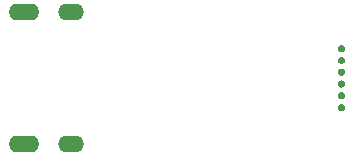
<source format=gbr>
G04*
G04 #@! TF.GenerationSoftware,Altium Limited,Altium Designer,24.8.2 (39)*
G04*
G04 Layer_Color=16711935*
%FSLAX25Y25*%
%MOIN*%
G70*
G04*
G04 #@! TF.SameCoordinates,C8608415-0D93-4E33-BC52-9C0F9C252278*
G04*
G04*
G04 #@! TF.FilePolarity,Negative*
G04*
G01*
G75*
%ADD20O,0.10249X0.05524*%
%ADD21O,0.08674X0.05524*%
G36*
X114270Y18899D02*
X114309Y18895D01*
X114309Y18895D01*
X114499Y18857D01*
X114536Y18846D01*
X114536Y18846D01*
X114715Y18771D01*
X114715Y18771D01*
X114727Y18765D01*
X114749Y18753D01*
X114749Y18753D01*
X114910Y18645D01*
X114910Y18645D01*
X114941Y18621D01*
X115078Y18484D01*
X115102Y18454D01*
X115210Y18293D01*
X115210Y18293D01*
X115219Y18275D01*
X115228Y18258D01*
X115228Y18258D01*
X115302Y18079D01*
X115308Y18059D01*
X115314Y18042D01*
X115351Y17852D01*
X115355Y17813D01*
Y17717D01*
Y17620D01*
Y17620D01*
D01*
X115351Y17581D01*
X115314Y17391D01*
X115302Y17354D01*
X115302Y17354D01*
X115228Y17175D01*
X115228Y17175D01*
X115222Y17163D01*
X115210Y17140D01*
X115210Y17140D01*
X115102Y16979D01*
X115102Y16979D01*
X115078Y16949D01*
X114941Y16812D01*
X114910Y16788D01*
X114749Y16680D01*
X114749Y16680D01*
X114732Y16671D01*
X114715Y16662D01*
X114715Y16661D01*
X114536Y16587D01*
X114516Y16581D01*
X114499Y16576D01*
X114309Y16538D01*
X114270Y16534D01*
X114076D01*
D01*
X114076D01*
X114038Y16538D01*
X113847Y16576D01*
X113810Y16587D01*
X113810Y16587D01*
X113631Y16662D01*
X113631Y16662D01*
X113619Y16668D01*
X113597Y16680D01*
X113597Y16680D01*
X113436Y16788D01*
X113436Y16788D01*
X113406Y16812D01*
X113269Y16949D01*
X113244Y16979D01*
X113137Y17140D01*
X113136Y17140D01*
X113127Y17157D01*
X113118Y17175D01*
X113118Y17175D01*
X113044Y17354D01*
X113038Y17374D01*
X113033Y17391D01*
X112995Y17581D01*
X112991Y17620D01*
Y17717D01*
Y17717D01*
Y17717D01*
X112991Y17813D01*
X112995Y17852D01*
X112995Y17852D01*
X113033Y18042D01*
X113044Y18079D01*
X113044Y18079D01*
X113118Y18258D01*
X113118Y18258D01*
X113125Y18270D01*
X113136Y18293D01*
X113137Y18293D01*
X113244Y18454D01*
X113244Y18454D01*
X113269Y18484D01*
X113406Y18621D01*
X113436Y18645D01*
X113597Y18753D01*
X113597Y18753D01*
X113614Y18762D01*
X113631Y18771D01*
X113631Y18771D01*
X113810Y18846D01*
X113830Y18852D01*
X113847Y18857D01*
X114038Y18895D01*
X114076Y18899D01*
X114173D01*
X114173D01*
X114173D01*
X114270Y18899D01*
D02*
G37*
G36*
Y22836D02*
X114309Y22832D01*
X114309Y22832D01*
X114499Y22794D01*
X114536Y22783D01*
X114536Y22783D01*
X114715Y22708D01*
X114715Y22708D01*
X114727Y22702D01*
X114749Y22690D01*
X114749Y22690D01*
X114910Y22582D01*
X114910Y22582D01*
X114941Y22558D01*
X115078Y22421D01*
X115102Y22391D01*
X115210Y22230D01*
X115210Y22230D01*
X115219Y22212D01*
X115228Y22195D01*
X115228Y22195D01*
X115302Y22016D01*
X115308Y21996D01*
X115314Y21979D01*
X115351Y21789D01*
X115355Y21750D01*
Y21654D01*
Y21557D01*
Y21557D01*
D01*
X115351Y21518D01*
X115314Y21328D01*
X115302Y21291D01*
X115302Y21291D01*
X115228Y21112D01*
X115228Y21112D01*
X115222Y21100D01*
X115210Y21077D01*
X115210Y21077D01*
X115102Y20916D01*
X115102Y20916D01*
X115078Y20886D01*
X114941Y20749D01*
X114910Y20725D01*
X114749Y20617D01*
X114749Y20617D01*
X114732Y20608D01*
X114715Y20599D01*
X114715Y20598D01*
X114536Y20524D01*
X114516Y20518D01*
X114499Y20513D01*
X114309Y20475D01*
X114270Y20471D01*
X114076D01*
D01*
X114076D01*
X114038Y20475D01*
X113847Y20513D01*
X113810Y20524D01*
X113810Y20524D01*
X113631Y20599D01*
X113631Y20599D01*
X113619Y20605D01*
X113597Y20617D01*
X113597Y20617D01*
X113436Y20725D01*
X113436Y20725D01*
X113406Y20749D01*
X113269Y20886D01*
X113244Y20916D01*
X113137Y21077D01*
X113136Y21077D01*
X113127Y21094D01*
X113118Y21112D01*
X113118Y21112D01*
X113044Y21291D01*
X113038Y21311D01*
X113033Y21328D01*
X112995Y21518D01*
X112991Y21557D01*
Y21654D01*
Y21654D01*
Y21654D01*
X112991Y21750D01*
X112995Y21789D01*
X112995Y21789D01*
X113033Y21979D01*
X113044Y22016D01*
X113044Y22016D01*
X113118Y22195D01*
X113118Y22195D01*
X113125Y22207D01*
X113136Y22230D01*
X113137Y22230D01*
X113244Y22391D01*
X113244Y22391D01*
X113269Y22421D01*
X113406Y22558D01*
X113436Y22582D01*
X113597Y22690D01*
X113597Y22690D01*
X113614Y22699D01*
X113631Y22708D01*
X113631Y22708D01*
X113810Y22783D01*
X113830Y22789D01*
X113847Y22794D01*
X114038Y22832D01*
X114076Y22836D01*
X114173D01*
X114173D01*
X114173D01*
X114270Y22836D01*
D02*
G37*
G36*
Y26773D02*
X114309Y26769D01*
X114309Y26769D01*
X114499Y26731D01*
X114536Y26720D01*
X114536Y26720D01*
X114715Y26645D01*
X114715Y26645D01*
X114727Y26639D01*
X114749Y26627D01*
X114749Y26627D01*
X114910Y26520D01*
X114910Y26520D01*
X114941Y26495D01*
X115078Y26358D01*
X115102Y26328D01*
X115210Y26167D01*
X115210Y26167D01*
X115219Y26149D01*
X115228Y26133D01*
X115228Y26132D01*
X115302Y25953D01*
X115308Y25934D01*
X115314Y25916D01*
X115351Y25726D01*
X115355Y25688D01*
Y25591D01*
Y25494D01*
D01*
Y25494D01*
X115351Y25455D01*
X115314Y25265D01*
X115302Y25228D01*
X115302Y25228D01*
X115228Y25049D01*
X115228Y25049D01*
X115222Y25037D01*
X115210Y25014D01*
X115210Y25014D01*
X115102Y24853D01*
X115102Y24853D01*
X115078Y24823D01*
X114941Y24686D01*
X114910Y24662D01*
X114749Y24554D01*
X114749Y24554D01*
X114732Y24545D01*
X114715Y24536D01*
X114715Y24535D01*
X114536Y24461D01*
X114516Y24455D01*
X114499Y24450D01*
X114309Y24412D01*
X114270Y24408D01*
X114076D01*
D01*
X114076D01*
X114038Y24412D01*
X113847Y24450D01*
X113810Y24461D01*
X113810Y24461D01*
X113631Y24536D01*
X113631Y24536D01*
X113619Y24542D01*
X113597Y24554D01*
X113597Y24554D01*
X113436Y24662D01*
X113436Y24662D01*
X113406Y24686D01*
X113269Y24823D01*
X113244Y24853D01*
X113137Y25014D01*
X113136Y25014D01*
X113127Y25032D01*
X113118Y25049D01*
X113118Y25049D01*
X113044Y25228D01*
X113038Y25248D01*
X113033Y25265D01*
X112995Y25455D01*
X112991Y25494D01*
Y25591D01*
Y25591D01*
Y25591D01*
X112991Y25688D01*
X112995Y25726D01*
X112995Y25726D01*
X113033Y25916D01*
X113044Y25953D01*
X113044Y25953D01*
X113118Y26132D01*
X113118Y26133D01*
X113125Y26144D01*
X113136Y26167D01*
X113137Y26167D01*
X113244Y26328D01*
X113244Y26328D01*
X113269Y26358D01*
X113406Y26495D01*
X113436Y26520D01*
X113597Y26627D01*
X113597Y26627D01*
X113614Y26636D01*
X113631Y26645D01*
X113631Y26646D01*
X113810Y26720D01*
X113830Y26726D01*
X113847Y26731D01*
X114038Y26769D01*
X114076Y26773D01*
X114173D01*
X114173D01*
X114173D01*
X114270Y26773D01*
D02*
G37*
G36*
Y30710D02*
X114309Y30706D01*
X114309Y30706D01*
X114499Y30668D01*
X114536Y30657D01*
X114536Y30657D01*
X114715Y30582D01*
X114715Y30582D01*
X114727Y30576D01*
X114749Y30564D01*
X114749Y30564D01*
X114910Y30457D01*
X114910Y30457D01*
X114941Y30432D01*
X115078Y30295D01*
X115102Y30265D01*
X115210Y30104D01*
X115210Y30104D01*
X115219Y30087D01*
X115228Y30070D01*
X115228Y30069D01*
X115302Y29890D01*
X115308Y29871D01*
X115314Y29853D01*
X115351Y29663D01*
X115355Y29625D01*
Y29528D01*
Y29431D01*
Y29431D01*
D01*
X115351Y29392D01*
X115314Y29202D01*
X115302Y29165D01*
X115302Y29165D01*
X115228Y28986D01*
X115228Y28986D01*
X115222Y28974D01*
X115210Y28951D01*
X115210Y28951D01*
X115102Y28790D01*
X115102Y28790D01*
X115078Y28760D01*
X114941Y28623D01*
X114910Y28599D01*
X114749Y28491D01*
X114749Y28491D01*
X114732Y28482D01*
X114715Y28473D01*
X114715Y28473D01*
X114536Y28398D01*
X114516Y28392D01*
X114499Y28387D01*
X114309Y28349D01*
X114270Y28346D01*
X114076D01*
D01*
X114076D01*
X114038Y28349D01*
X113847Y28387D01*
X113810Y28398D01*
X113810Y28398D01*
X113631Y28473D01*
X113631Y28473D01*
X113619Y28479D01*
X113597Y28491D01*
X113597Y28491D01*
X113436Y28599D01*
X113436Y28599D01*
X113406Y28623D01*
X113269Y28760D01*
X113244Y28790D01*
X113137Y28951D01*
X113136Y28951D01*
X113127Y28969D01*
X113118Y28986D01*
X113118Y28986D01*
X113044Y29165D01*
X113038Y29185D01*
X113033Y29202D01*
X112995Y29392D01*
X112991Y29431D01*
Y29528D01*
Y29528D01*
Y29528D01*
X112991Y29625D01*
X112995Y29663D01*
X112995Y29663D01*
X113033Y29853D01*
X113044Y29890D01*
X113044Y29890D01*
X113118Y30069D01*
X113118Y30070D01*
X113125Y30081D01*
X113136Y30104D01*
X113137Y30104D01*
X113244Y30265D01*
X113244Y30265D01*
X113269Y30295D01*
X113406Y30432D01*
X113436Y30457D01*
X113597Y30564D01*
X113597Y30564D01*
X113614Y30573D01*
X113631Y30582D01*
X113631Y30583D01*
X113810Y30657D01*
X113830Y30663D01*
X113847Y30668D01*
X114038Y30706D01*
X114076Y30710D01*
X114173D01*
X114173D01*
X114173D01*
X114270Y30710D01*
D02*
G37*
G36*
Y34647D02*
X114309Y34643D01*
X114309Y34643D01*
X114499Y34605D01*
X114536Y34594D01*
X114536Y34594D01*
X114715Y34519D01*
X114715Y34519D01*
X114727Y34513D01*
X114749Y34501D01*
X114749Y34501D01*
X114910Y34394D01*
X114910Y34394D01*
X114941Y34369D01*
X115078Y34232D01*
X115102Y34202D01*
X115210Y34041D01*
X115210Y34041D01*
X115219Y34024D01*
X115228Y34007D01*
X115228Y34006D01*
X115302Y33827D01*
X115308Y33808D01*
X115314Y33790D01*
X115351Y33600D01*
X115355Y33562D01*
Y33465D01*
Y33368D01*
Y33368D01*
D01*
X115351Y33329D01*
X115314Y33139D01*
X115302Y33102D01*
X115302Y33102D01*
X115228Y32923D01*
X115228Y32923D01*
X115222Y32911D01*
X115210Y32888D01*
X115210Y32888D01*
X115102Y32727D01*
X115102Y32727D01*
X115078Y32697D01*
X114941Y32560D01*
X114910Y32536D01*
X114749Y32428D01*
X114749Y32428D01*
X114732Y32419D01*
X114715Y32410D01*
X114715Y32410D01*
X114536Y32335D01*
X114516Y32329D01*
X114499Y32324D01*
X114309Y32286D01*
X114270Y32283D01*
X114076D01*
D01*
X114076D01*
X114038Y32286D01*
X113847Y32324D01*
X113810Y32335D01*
X113810Y32335D01*
X113631Y32410D01*
X113631Y32410D01*
X113619Y32416D01*
X113597Y32428D01*
X113597Y32428D01*
X113436Y32536D01*
X113436Y32536D01*
X113406Y32560D01*
X113269Y32697D01*
X113244Y32727D01*
X113137Y32888D01*
X113136Y32888D01*
X113127Y32906D01*
X113118Y32923D01*
X113118Y32923D01*
X113044Y33102D01*
X113038Y33122D01*
X113033Y33139D01*
X112995Y33329D01*
X112991Y33368D01*
Y33465D01*
Y33465D01*
Y33465D01*
X112991Y33562D01*
X112995Y33600D01*
X112995Y33600D01*
X113033Y33790D01*
X113044Y33827D01*
X113044Y33827D01*
X113118Y34006D01*
X113118Y34007D01*
X113125Y34018D01*
X113136Y34041D01*
X113137Y34041D01*
X113244Y34202D01*
X113244Y34202D01*
X113269Y34232D01*
X113406Y34369D01*
X113436Y34394D01*
X113597Y34501D01*
X113597Y34501D01*
X113614Y34510D01*
X113631Y34519D01*
X113631Y34520D01*
X113810Y34594D01*
X113830Y34600D01*
X113847Y34605D01*
X114038Y34643D01*
X114076Y34647D01*
X114173D01*
X114173D01*
X114173D01*
X114270Y34647D01*
D02*
G37*
G36*
Y38584D02*
X114309Y38580D01*
X114309Y38580D01*
X114499Y38542D01*
X114536Y38531D01*
X114536Y38531D01*
X114715Y38456D01*
X114715Y38456D01*
X114727Y38450D01*
X114749Y38438D01*
X114749Y38438D01*
X114910Y38331D01*
X114910Y38331D01*
X114941Y38306D01*
X115078Y38169D01*
X115102Y38139D01*
X115210Y37978D01*
X115210Y37978D01*
X115219Y37961D01*
X115228Y37944D01*
X115228Y37943D01*
X115302Y37764D01*
X115308Y37745D01*
X115314Y37727D01*
X115351Y37537D01*
X115355Y37499D01*
Y37402D01*
Y37305D01*
D01*
Y37305D01*
X115351Y37266D01*
X115314Y37076D01*
X115302Y37039D01*
X115302Y37039D01*
X115228Y36860D01*
X115228Y36860D01*
X115222Y36848D01*
X115210Y36825D01*
X115210Y36825D01*
X115102Y36664D01*
X115102Y36664D01*
X115078Y36634D01*
X114941Y36497D01*
X114910Y36473D01*
X114749Y36365D01*
X114749Y36365D01*
X114732Y36356D01*
X114715Y36347D01*
X114715Y36347D01*
X114536Y36272D01*
X114516Y36266D01*
X114499Y36261D01*
X114309Y36223D01*
X114270Y36219D01*
X114076D01*
D01*
X114076D01*
X114038Y36223D01*
X113847Y36261D01*
X113810Y36272D01*
X113810Y36272D01*
X113631Y36347D01*
X113631Y36347D01*
X113619Y36353D01*
X113597Y36365D01*
X113597Y36365D01*
X113436Y36473D01*
X113436Y36473D01*
X113406Y36497D01*
X113269Y36634D01*
X113244Y36664D01*
X113137Y36825D01*
X113136Y36825D01*
X113127Y36843D01*
X113118Y36860D01*
X113118Y36860D01*
X113044Y37039D01*
X113038Y37059D01*
X113033Y37076D01*
X112995Y37266D01*
X112991Y37305D01*
Y37402D01*
Y37402D01*
Y37402D01*
X112991Y37499D01*
X112995Y37537D01*
X112995Y37537D01*
X113033Y37727D01*
X113044Y37764D01*
X113044Y37764D01*
X113118Y37943D01*
X113118Y37944D01*
X113125Y37955D01*
X113136Y37978D01*
X113137Y37978D01*
X113244Y38139D01*
X113244Y38139D01*
X113269Y38169D01*
X113406Y38306D01*
X113436Y38331D01*
X113597Y38438D01*
X113597Y38438D01*
X113614Y38447D01*
X113631Y38456D01*
X113631Y38457D01*
X113810Y38531D01*
X113830Y38537D01*
X113847Y38542D01*
X114038Y38580D01*
X114076Y38584D01*
X114173D01*
X114173D01*
X114173D01*
X114270Y38584D01*
D02*
G37*
D20*
X8287Y49528D02*
D03*
Y5591D02*
D03*
D21*
X24035D02*
D03*
Y49528D02*
D03*
M02*

</source>
